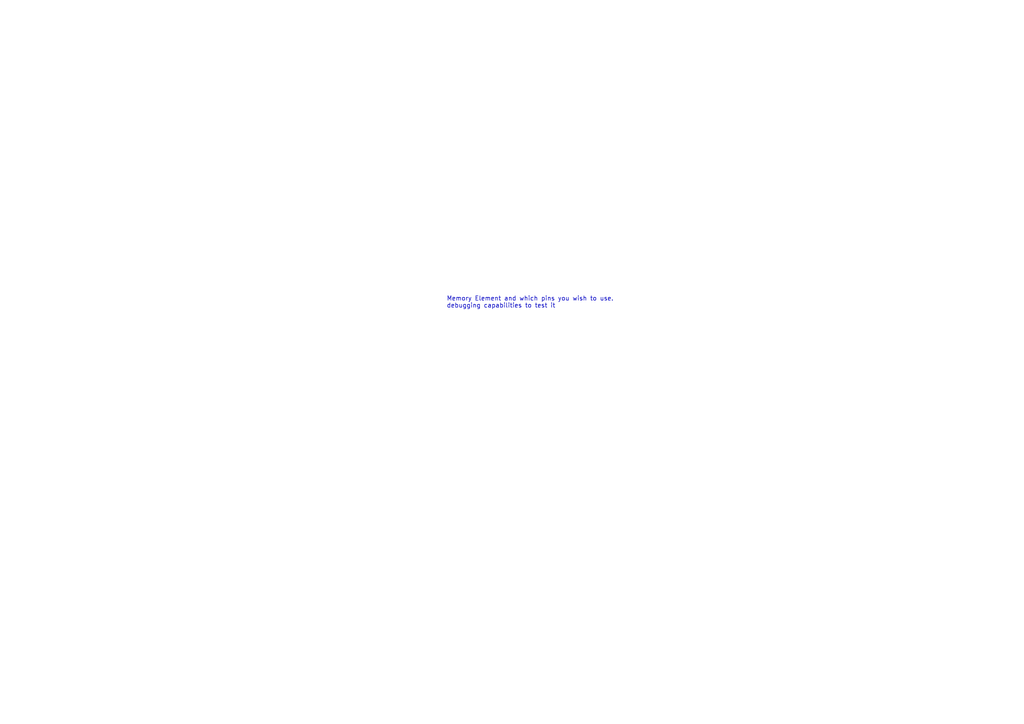
<source format=kicad_sch>
(kicad_sch (version 20211123) (generator eeschema)
  (paper "A4")
  (title_block (date "2022-03-02") (rev "v0.0") (company "UCT") (comment 2 "Group 7") (comment 3 "@Checked By: ") (comment 4 "@Authors: Ryan Jones, Alex Cargill & Devlin Trafford"))
  (lib_symbols)
  (text "Memory Element and which pins you wish to use.\ndebugging capabilities to test it\n" (at 129.54 89.535 0) (effects (font (size 1.27 1.27)) (justify left bottom)))
)
</source>
